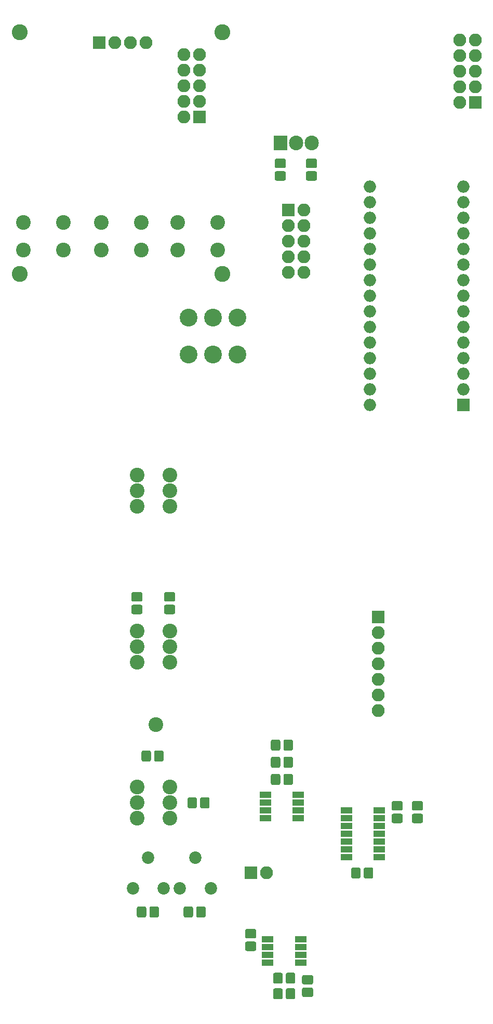
<source format=gbr>
G04 #@! TF.GenerationSoftware,KiCad,Pcbnew,(5.0.0)*
G04 #@! TF.CreationDate,2018-10-20T13:21:43+01:00*
G04 #@! TF.ProjectId,AD9833FunctionGenerator,41443938333346756E6374696F6E4765,rev?*
G04 #@! TF.SameCoordinates,Original*
G04 #@! TF.FileFunction,Soldermask,Top*
G04 #@! TF.FilePolarity,Negative*
%FSLAX46Y46*%
G04 Gerber Fmt 4.6, Leading zero omitted, Abs format (unit mm)*
G04 Created by KiCad (PCBNEW (5.0.0)) date 10/20/18 13:21:43*
%MOMM*%
%LPD*%
G01*
G04 APERTURE LIST*
%ADD10C,2.600000*%
%ADD11C,2.020000*%
%ADD12O,2.000000X2.000000*%
%ADD13C,2.000000*%
%ADD14R,2.000000X2.000000*%
%ADD15C,2.400000*%
%ADD16C,0.100000*%
%ADD17C,1.550000*%
%ADD18C,2.900000*%
%ADD19R,2.100000X2.100000*%
%ADD20O,2.100000X2.100000*%
%ADD21R,1.900000X1.000000*%
%ADD22R,2.305000X2.400000*%
%ADD23O,2.305000X2.400000*%
%ADD24R,1.950000X1.000000*%
G04 APERTURE END LIST*
D10*
G04 #@! TO.C,REF\002A\002A*
X52778681Y-67527698D03*
G04 #@! TD*
G04 #@! TO.C,REF\002A\002A*
X85798681Y-67527698D03*
G04 #@! TD*
G04 #@! TO.C,REF\002A\002A*
X85798681Y-106897698D03*
G04 #@! TD*
D11*
G04 #@! TO.C,RV_UPOFF1*
X83900000Y-207010000D03*
X81400000Y-202010000D03*
X78900000Y-207010000D03*
G04 #@! TD*
D12*
G04 #@! TO.C,A1*
X109855000Y-92710000D03*
X125095000Y-92710000D03*
X109855000Y-128270000D03*
X125095000Y-95250000D03*
X109855000Y-125730000D03*
X125095000Y-97790000D03*
X109855000Y-123190000D03*
X125095000Y-100330000D03*
X109855000Y-120650000D03*
X125095000Y-102870000D03*
X109855000Y-118110000D03*
D13*
X125095000Y-105410000D03*
D12*
X109855000Y-115570000D03*
X125095000Y-107950000D03*
X109855000Y-113030000D03*
X125095000Y-110490000D03*
X109855000Y-110490000D03*
X125095000Y-113030000D03*
X109855000Y-107950000D03*
X125095000Y-115570000D03*
X109855000Y-105410000D03*
X125095000Y-118110000D03*
X109855000Y-102870000D03*
X125095000Y-120650000D03*
X109855000Y-100330000D03*
X125095000Y-123190000D03*
X109855000Y-97790000D03*
X125095000Y-125730000D03*
X109855000Y-95250000D03*
D14*
X125095000Y-128270000D03*
G04 #@! TD*
D15*
G04 #@! TO.C,RV_FREQ1*
X71882000Y-144780000D03*
X71882000Y-142240000D03*
X71882000Y-139700000D03*
X77216000Y-144780000D03*
X77216000Y-142240000D03*
X77216000Y-139700000D03*
G04 #@! TD*
D16*
G04 #@! TO.C,RG1*
G36*
X94950071Y-182743623D02*
X94982781Y-182748475D01*
X95014857Y-182756509D01*
X95045991Y-182767649D01*
X95075884Y-182781787D01*
X95104247Y-182798787D01*
X95130807Y-182818485D01*
X95155308Y-182840692D01*
X95177515Y-182865193D01*
X95197213Y-182891753D01*
X95214213Y-182920116D01*
X95228351Y-182950009D01*
X95239491Y-182981143D01*
X95247525Y-183013219D01*
X95252377Y-183045929D01*
X95254000Y-183078956D01*
X95254000Y-184205044D01*
X95252377Y-184238071D01*
X95247525Y-184270781D01*
X95239491Y-184302857D01*
X95228351Y-184333991D01*
X95214213Y-184363884D01*
X95197213Y-184392247D01*
X95177515Y-184418807D01*
X95155308Y-184443308D01*
X95130807Y-184465515D01*
X95104247Y-184485213D01*
X95075884Y-184502213D01*
X95045991Y-184516351D01*
X95014857Y-184527491D01*
X94982781Y-184535525D01*
X94950071Y-184540377D01*
X94917044Y-184542000D01*
X94040956Y-184542000D01*
X94007929Y-184540377D01*
X93975219Y-184535525D01*
X93943143Y-184527491D01*
X93912009Y-184516351D01*
X93882116Y-184502213D01*
X93853753Y-184485213D01*
X93827193Y-184465515D01*
X93802692Y-184443308D01*
X93780485Y-184418807D01*
X93760787Y-184392247D01*
X93743787Y-184363884D01*
X93729649Y-184333991D01*
X93718509Y-184302857D01*
X93710475Y-184270781D01*
X93705623Y-184238071D01*
X93704000Y-184205044D01*
X93704000Y-183078956D01*
X93705623Y-183045929D01*
X93710475Y-183013219D01*
X93718509Y-182981143D01*
X93729649Y-182950009D01*
X93743787Y-182920116D01*
X93760787Y-182891753D01*
X93780485Y-182865193D01*
X93802692Y-182840692D01*
X93827193Y-182818485D01*
X93853753Y-182798787D01*
X93882116Y-182781787D01*
X93912009Y-182767649D01*
X93943143Y-182756509D01*
X93975219Y-182748475D01*
X94007929Y-182743623D01*
X94040956Y-182742000D01*
X94917044Y-182742000D01*
X94950071Y-182743623D01*
X94950071Y-182743623D01*
G37*
D17*
X94479000Y-183642000D03*
D16*
G36*
X97000071Y-182743623D02*
X97032781Y-182748475D01*
X97064857Y-182756509D01*
X97095991Y-182767649D01*
X97125884Y-182781787D01*
X97154247Y-182798787D01*
X97180807Y-182818485D01*
X97205308Y-182840692D01*
X97227515Y-182865193D01*
X97247213Y-182891753D01*
X97264213Y-182920116D01*
X97278351Y-182950009D01*
X97289491Y-182981143D01*
X97297525Y-183013219D01*
X97302377Y-183045929D01*
X97304000Y-183078956D01*
X97304000Y-184205044D01*
X97302377Y-184238071D01*
X97297525Y-184270781D01*
X97289491Y-184302857D01*
X97278351Y-184333991D01*
X97264213Y-184363884D01*
X97247213Y-184392247D01*
X97227515Y-184418807D01*
X97205308Y-184443308D01*
X97180807Y-184465515D01*
X97154247Y-184485213D01*
X97125884Y-184502213D01*
X97095991Y-184516351D01*
X97064857Y-184527491D01*
X97032781Y-184535525D01*
X97000071Y-184540377D01*
X96967044Y-184542000D01*
X96090956Y-184542000D01*
X96057929Y-184540377D01*
X96025219Y-184535525D01*
X95993143Y-184527491D01*
X95962009Y-184516351D01*
X95932116Y-184502213D01*
X95903753Y-184485213D01*
X95877193Y-184465515D01*
X95852692Y-184443308D01*
X95830485Y-184418807D01*
X95810787Y-184392247D01*
X95793787Y-184363884D01*
X95779649Y-184333991D01*
X95768509Y-184302857D01*
X95760475Y-184270781D01*
X95755623Y-184238071D01*
X95754000Y-184205044D01*
X95754000Y-183078956D01*
X95755623Y-183045929D01*
X95760475Y-183013219D01*
X95768509Y-182981143D01*
X95779649Y-182950009D01*
X95793787Y-182920116D01*
X95810787Y-182891753D01*
X95830485Y-182865193D01*
X95852692Y-182840692D01*
X95877193Y-182818485D01*
X95903753Y-182798787D01*
X95932116Y-182781787D01*
X95962009Y-182767649D01*
X95993143Y-182756509D01*
X96025219Y-182748475D01*
X96057929Y-182743623D01*
X96090956Y-182742000D01*
X96967044Y-182742000D01*
X97000071Y-182743623D01*
X97000071Y-182743623D01*
G37*
D17*
X96529000Y-183642000D03*
G04 #@! TD*
D16*
G04 #@! TO.C,RF1*
G36*
X97000071Y-188331623D02*
X97032781Y-188336475D01*
X97064857Y-188344509D01*
X97095991Y-188355649D01*
X97125884Y-188369787D01*
X97154247Y-188386787D01*
X97180807Y-188406485D01*
X97205308Y-188428692D01*
X97227515Y-188453193D01*
X97247213Y-188479753D01*
X97264213Y-188508116D01*
X97278351Y-188538009D01*
X97289491Y-188569143D01*
X97297525Y-188601219D01*
X97302377Y-188633929D01*
X97304000Y-188666956D01*
X97304000Y-189793044D01*
X97302377Y-189826071D01*
X97297525Y-189858781D01*
X97289491Y-189890857D01*
X97278351Y-189921991D01*
X97264213Y-189951884D01*
X97247213Y-189980247D01*
X97227515Y-190006807D01*
X97205308Y-190031308D01*
X97180807Y-190053515D01*
X97154247Y-190073213D01*
X97125884Y-190090213D01*
X97095991Y-190104351D01*
X97064857Y-190115491D01*
X97032781Y-190123525D01*
X97000071Y-190128377D01*
X96967044Y-190130000D01*
X96090956Y-190130000D01*
X96057929Y-190128377D01*
X96025219Y-190123525D01*
X95993143Y-190115491D01*
X95962009Y-190104351D01*
X95932116Y-190090213D01*
X95903753Y-190073213D01*
X95877193Y-190053515D01*
X95852692Y-190031308D01*
X95830485Y-190006807D01*
X95810787Y-189980247D01*
X95793787Y-189951884D01*
X95779649Y-189921991D01*
X95768509Y-189890857D01*
X95760475Y-189858781D01*
X95755623Y-189826071D01*
X95754000Y-189793044D01*
X95754000Y-188666956D01*
X95755623Y-188633929D01*
X95760475Y-188601219D01*
X95768509Y-188569143D01*
X95779649Y-188538009D01*
X95793787Y-188508116D01*
X95810787Y-188479753D01*
X95830485Y-188453193D01*
X95852692Y-188428692D01*
X95877193Y-188406485D01*
X95903753Y-188386787D01*
X95932116Y-188369787D01*
X95962009Y-188355649D01*
X95993143Y-188344509D01*
X96025219Y-188336475D01*
X96057929Y-188331623D01*
X96090956Y-188330000D01*
X96967044Y-188330000D01*
X97000071Y-188331623D01*
X97000071Y-188331623D01*
G37*
D17*
X96529000Y-189230000D03*
D16*
G36*
X94950071Y-188331623D02*
X94982781Y-188336475D01*
X95014857Y-188344509D01*
X95045991Y-188355649D01*
X95075884Y-188369787D01*
X95104247Y-188386787D01*
X95130807Y-188406485D01*
X95155308Y-188428692D01*
X95177515Y-188453193D01*
X95197213Y-188479753D01*
X95214213Y-188508116D01*
X95228351Y-188538009D01*
X95239491Y-188569143D01*
X95247525Y-188601219D01*
X95252377Y-188633929D01*
X95254000Y-188666956D01*
X95254000Y-189793044D01*
X95252377Y-189826071D01*
X95247525Y-189858781D01*
X95239491Y-189890857D01*
X95228351Y-189921991D01*
X95214213Y-189951884D01*
X95197213Y-189980247D01*
X95177515Y-190006807D01*
X95155308Y-190031308D01*
X95130807Y-190053515D01*
X95104247Y-190073213D01*
X95075884Y-190090213D01*
X95045991Y-190104351D01*
X95014857Y-190115491D01*
X94982781Y-190123525D01*
X94950071Y-190128377D01*
X94917044Y-190130000D01*
X94040956Y-190130000D01*
X94007929Y-190128377D01*
X93975219Y-190123525D01*
X93943143Y-190115491D01*
X93912009Y-190104351D01*
X93882116Y-190090213D01*
X93853753Y-190073213D01*
X93827193Y-190053515D01*
X93802692Y-190031308D01*
X93780485Y-190006807D01*
X93760787Y-189980247D01*
X93743787Y-189951884D01*
X93729649Y-189921991D01*
X93718509Y-189890857D01*
X93710475Y-189858781D01*
X93705623Y-189826071D01*
X93704000Y-189793044D01*
X93704000Y-188666956D01*
X93705623Y-188633929D01*
X93710475Y-188601219D01*
X93718509Y-188569143D01*
X93729649Y-188538009D01*
X93743787Y-188508116D01*
X93760787Y-188479753D01*
X93780485Y-188453193D01*
X93802692Y-188428692D01*
X93827193Y-188406485D01*
X93853753Y-188386787D01*
X93882116Y-188369787D01*
X93912009Y-188355649D01*
X93943143Y-188344509D01*
X93975219Y-188336475D01*
X94007929Y-188331623D01*
X94040956Y-188330000D01*
X94917044Y-188330000D01*
X94950071Y-188331623D01*
X94950071Y-188331623D01*
G37*
D17*
X94479000Y-189230000D03*
G04 #@! TD*
D18*
G04 #@! TO.C,SW_PWR1*
X80264000Y-120015000D03*
X80264000Y-114015000D03*
X84264000Y-120015000D03*
X84264000Y-114015000D03*
X88264000Y-120015000D03*
X88264000Y-114015000D03*
G04 #@! TD*
D19*
G04 #@! TO.C,J_OUT1*
X90424000Y-204470000D03*
D20*
X92964000Y-204470000D03*
G04 #@! TD*
D19*
G04 #@! TO.C,J_PWR1*
X96520000Y-96520000D03*
D20*
X99060000Y-96520000D03*
X96520000Y-99060000D03*
X99060000Y-99060000D03*
X96520000Y-101600000D03*
X99060000Y-101600000D03*
X96520000Y-104140000D03*
X99060000Y-104140000D03*
X96520000Y-106680000D03*
X99060000Y-106680000D03*
G04 #@! TD*
D21*
G04 #@! TO.C,U_POT1*
X111412000Y-201930000D03*
X111412000Y-200660000D03*
X111412000Y-199390000D03*
X111412000Y-198120000D03*
X111412000Y-196850000D03*
X111412000Y-195580000D03*
X111412000Y-194310000D03*
X106012000Y-194310000D03*
X106012000Y-195580000D03*
X106012000Y-196850000D03*
X106012000Y-198120000D03*
X106012000Y-199390000D03*
X106012000Y-200660000D03*
X106012000Y-201930000D03*
G04 #@! TD*
D16*
G04 #@! TO.C,R_LOFF1*
G36*
X73106071Y-209921623D02*
X73138781Y-209926475D01*
X73170857Y-209934509D01*
X73201991Y-209945649D01*
X73231884Y-209959787D01*
X73260247Y-209976787D01*
X73286807Y-209996485D01*
X73311308Y-210018692D01*
X73333515Y-210043193D01*
X73353213Y-210069753D01*
X73370213Y-210098116D01*
X73384351Y-210128009D01*
X73395491Y-210159143D01*
X73403525Y-210191219D01*
X73408377Y-210223929D01*
X73410000Y-210256956D01*
X73410000Y-211383044D01*
X73408377Y-211416071D01*
X73403525Y-211448781D01*
X73395491Y-211480857D01*
X73384351Y-211511991D01*
X73370213Y-211541884D01*
X73353213Y-211570247D01*
X73333515Y-211596807D01*
X73311308Y-211621308D01*
X73286807Y-211643515D01*
X73260247Y-211663213D01*
X73231884Y-211680213D01*
X73201991Y-211694351D01*
X73170857Y-211705491D01*
X73138781Y-211713525D01*
X73106071Y-211718377D01*
X73073044Y-211720000D01*
X72196956Y-211720000D01*
X72163929Y-211718377D01*
X72131219Y-211713525D01*
X72099143Y-211705491D01*
X72068009Y-211694351D01*
X72038116Y-211680213D01*
X72009753Y-211663213D01*
X71983193Y-211643515D01*
X71958692Y-211621308D01*
X71936485Y-211596807D01*
X71916787Y-211570247D01*
X71899787Y-211541884D01*
X71885649Y-211511991D01*
X71874509Y-211480857D01*
X71866475Y-211448781D01*
X71861623Y-211416071D01*
X71860000Y-211383044D01*
X71860000Y-210256956D01*
X71861623Y-210223929D01*
X71866475Y-210191219D01*
X71874509Y-210159143D01*
X71885649Y-210128009D01*
X71899787Y-210098116D01*
X71916787Y-210069753D01*
X71936485Y-210043193D01*
X71958692Y-210018692D01*
X71983193Y-209996485D01*
X72009753Y-209976787D01*
X72038116Y-209959787D01*
X72068009Y-209945649D01*
X72099143Y-209934509D01*
X72131219Y-209926475D01*
X72163929Y-209921623D01*
X72196956Y-209920000D01*
X73073044Y-209920000D01*
X73106071Y-209921623D01*
X73106071Y-209921623D01*
G37*
D17*
X72635000Y-210820000D03*
D16*
G36*
X75156071Y-209921623D02*
X75188781Y-209926475D01*
X75220857Y-209934509D01*
X75251991Y-209945649D01*
X75281884Y-209959787D01*
X75310247Y-209976787D01*
X75336807Y-209996485D01*
X75361308Y-210018692D01*
X75383515Y-210043193D01*
X75403213Y-210069753D01*
X75420213Y-210098116D01*
X75434351Y-210128009D01*
X75445491Y-210159143D01*
X75453525Y-210191219D01*
X75458377Y-210223929D01*
X75460000Y-210256956D01*
X75460000Y-211383044D01*
X75458377Y-211416071D01*
X75453525Y-211448781D01*
X75445491Y-211480857D01*
X75434351Y-211511991D01*
X75420213Y-211541884D01*
X75403213Y-211570247D01*
X75383515Y-211596807D01*
X75361308Y-211621308D01*
X75336807Y-211643515D01*
X75310247Y-211663213D01*
X75281884Y-211680213D01*
X75251991Y-211694351D01*
X75220857Y-211705491D01*
X75188781Y-211713525D01*
X75156071Y-211718377D01*
X75123044Y-211720000D01*
X74246956Y-211720000D01*
X74213929Y-211718377D01*
X74181219Y-211713525D01*
X74149143Y-211705491D01*
X74118009Y-211694351D01*
X74088116Y-211680213D01*
X74059753Y-211663213D01*
X74033193Y-211643515D01*
X74008692Y-211621308D01*
X73986485Y-211596807D01*
X73966787Y-211570247D01*
X73949787Y-211541884D01*
X73935649Y-211511991D01*
X73924509Y-211480857D01*
X73916475Y-211448781D01*
X73911623Y-211416071D01*
X73910000Y-211383044D01*
X73910000Y-210256956D01*
X73911623Y-210223929D01*
X73916475Y-210191219D01*
X73924509Y-210159143D01*
X73935649Y-210128009D01*
X73949787Y-210098116D01*
X73966787Y-210069753D01*
X73986485Y-210043193D01*
X74008692Y-210018692D01*
X74033193Y-209996485D01*
X74059753Y-209976787D01*
X74088116Y-209959787D01*
X74118009Y-209945649D01*
X74149143Y-209934509D01*
X74181219Y-209926475D01*
X74213929Y-209921623D01*
X74246956Y-209920000D01*
X75123044Y-209920000D01*
X75156071Y-209921623D01*
X75156071Y-209921623D01*
G37*
D17*
X74685000Y-210820000D03*
G04 #@! TD*
D16*
G04 #@! TO.C,C1*
G36*
X95846071Y-88117623D02*
X95878781Y-88122475D01*
X95910857Y-88130509D01*
X95941991Y-88141649D01*
X95971884Y-88155787D01*
X96000247Y-88172787D01*
X96026807Y-88192485D01*
X96051308Y-88214692D01*
X96073515Y-88239193D01*
X96093213Y-88265753D01*
X96110213Y-88294116D01*
X96124351Y-88324009D01*
X96135491Y-88355143D01*
X96143525Y-88387219D01*
X96148377Y-88419929D01*
X96150000Y-88452956D01*
X96150000Y-89329044D01*
X96148377Y-89362071D01*
X96143525Y-89394781D01*
X96135491Y-89426857D01*
X96124351Y-89457991D01*
X96110213Y-89487884D01*
X96093213Y-89516247D01*
X96073515Y-89542807D01*
X96051308Y-89567308D01*
X96026807Y-89589515D01*
X96000247Y-89609213D01*
X95971884Y-89626213D01*
X95941991Y-89640351D01*
X95910857Y-89651491D01*
X95878781Y-89659525D01*
X95846071Y-89664377D01*
X95813044Y-89666000D01*
X94686956Y-89666000D01*
X94653929Y-89664377D01*
X94621219Y-89659525D01*
X94589143Y-89651491D01*
X94558009Y-89640351D01*
X94528116Y-89626213D01*
X94499753Y-89609213D01*
X94473193Y-89589515D01*
X94448692Y-89567308D01*
X94426485Y-89542807D01*
X94406787Y-89516247D01*
X94389787Y-89487884D01*
X94375649Y-89457991D01*
X94364509Y-89426857D01*
X94356475Y-89394781D01*
X94351623Y-89362071D01*
X94350000Y-89329044D01*
X94350000Y-88452956D01*
X94351623Y-88419929D01*
X94356475Y-88387219D01*
X94364509Y-88355143D01*
X94375649Y-88324009D01*
X94389787Y-88294116D01*
X94406787Y-88265753D01*
X94426485Y-88239193D01*
X94448692Y-88214692D01*
X94473193Y-88192485D01*
X94499753Y-88172787D01*
X94528116Y-88155787D01*
X94558009Y-88141649D01*
X94589143Y-88130509D01*
X94621219Y-88122475D01*
X94653929Y-88117623D01*
X94686956Y-88116000D01*
X95813044Y-88116000D01*
X95846071Y-88117623D01*
X95846071Y-88117623D01*
G37*
D17*
X95250000Y-88891000D03*
D16*
G36*
X95846071Y-90167623D02*
X95878781Y-90172475D01*
X95910857Y-90180509D01*
X95941991Y-90191649D01*
X95971884Y-90205787D01*
X96000247Y-90222787D01*
X96026807Y-90242485D01*
X96051308Y-90264692D01*
X96073515Y-90289193D01*
X96093213Y-90315753D01*
X96110213Y-90344116D01*
X96124351Y-90374009D01*
X96135491Y-90405143D01*
X96143525Y-90437219D01*
X96148377Y-90469929D01*
X96150000Y-90502956D01*
X96150000Y-91379044D01*
X96148377Y-91412071D01*
X96143525Y-91444781D01*
X96135491Y-91476857D01*
X96124351Y-91507991D01*
X96110213Y-91537884D01*
X96093213Y-91566247D01*
X96073515Y-91592807D01*
X96051308Y-91617308D01*
X96026807Y-91639515D01*
X96000247Y-91659213D01*
X95971884Y-91676213D01*
X95941991Y-91690351D01*
X95910857Y-91701491D01*
X95878781Y-91709525D01*
X95846071Y-91714377D01*
X95813044Y-91716000D01*
X94686956Y-91716000D01*
X94653929Y-91714377D01*
X94621219Y-91709525D01*
X94589143Y-91701491D01*
X94558009Y-91690351D01*
X94528116Y-91676213D01*
X94499753Y-91659213D01*
X94473193Y-91639515D01*
X94448692Y-91617308D01*
X94426485Y-91592807D01*
X94406787Y-91566247D01*
X94389787Y-91537884D01*
X94375649Y-91507991D01*
X94364509Y-91476857D01*
X94356475Y-91444781D01*
X94351623Y-91412071D01*
X94350000Y-91379044D01*
X94350000Y-90502956D01*
X94351623Y-90469929D01*
X94356475Y-90437219D01*
X94364509Y-90405143D01*
X94375649Y-90374009D01*
X94389787Y-90344116D01*
X94406787Y-90315753D01*
X94426485Y-90289193D01*
X94448692Y-90264692D01*
X94473193Y-90242485D01*
X94499753Y-90222787D01*
X94528116Y-90205787D01*
X94558009Y-90191649D01*
X94589143Y-90180509D01*
X94621219Y-90172475D01*
X94653929Y-90167623D01*
X94686956Y-90166000D01*
X95813044Y-90166000D01*
X95846071Y-90167623D01*
X95846071Y-90167623D01*
G37*
D17*
X95250000Y-90941000D03*
G04 #@! TD*
D16*
G04 #@! TO.C,C2*
G36*
X100926071Y-90167623D02*
X100958781Y-90172475D01*
X100990857Y-90180509D01*
X101021991Y-90191649D01*
X101051884Y-90205787D01*
X101080247Y-90222787D01*
X101106807Y-90242485D01*
X101131308Y-90264692D01*
X101153515Y-90289193D01*
X101173213Y-90315753D01*
X101190213Y-90344116D01*
X101204351Y-90374009D01*
X101215491Y-90405143D01*
X101223525Y-90437219D01*
X101228377Y-90469929D01*
X101230000Y-90502956D01*
X101230000Y-91379044D01*
X101228377Y-91412071D01*
X101223525Y-91444781D01*
X101215491Y-91476857D01*
X101204351Y-91507991D01*
X101190213Y-91537884D01*
X101173213Y-91566247D01*
X101153515Y-91592807D01*
X101131308Y-91617308D01*
X101106807Y-91639515D01*
X101080247Y-91659213D01*
X101051884Y-91676213D01*
X101021991Y-91690351D01*
X100990857Y-91701491D01*
X100958781Y-91709525D01*
X100926071Y-91714377D01*
X100893044Y-91716000D01*
X99766956Y-91716000D01*
X99733929Y-91714377D01*
X99701219Y-91709525D01*
X99669143Y-91701491D01*
X99638009Y-91690351D01*
X99608116Y-91676213D01*
X99579753Y-91659213D01*
X99553193Y-91639515D01*
X99528692Y-91617308D01*
X99506485Y-91592807D01*
X99486787Y-91566247D01*
X99469787Y-91537884D01*
X99455649Y-91507991D01*
X99444509Y-91476857D01*
X99436475Y-91444781D01*
X99431623Y-91412071D01*
X99430000Y-91379044D01*
X99430000Y-90502956D01*
X99431623Y-90469929D01*
X99436475Y-90437219D01*
X99444509Y-90405143D01*
X99455649Y-90374009D01*
X99469787Y-90344116D01*
X99486787Y-90315753D01*
X99506485Y-90289193D01*
X99528692Y-90264692D01*
X99553193Y-90242485D01*
X99579753Y-90222787D01*
X99608116Y-90205787D01*
X99638009Y-90191649D01*
X99669143Y-90180509D01*
X99701219Y-90172475D01*
X99733929Y-90167623D01*
X99766956Y-90166000D01*
X100893044Y-90166000D01*
X100926071Y-90167623D01*
X100926071Y-90167623D01*
G37*
D17*
X100330000Y-90941000D03*
D16*
G36*
X100926071Y-88117623D02*
X100958781Y-88122475D01*
X100990857Y-88130509D01*
X101021991Y-88141649D01*
X101051884Y-88155787D01*
X101080247Y-88172787D01*
X101106807Y-88192485D01*
X101131308Y-88214692D01*
X101153515Y-88239193D01*
X101173213Y-88265753D01*
X101190213Y-88294116D01*
X101204351Y-88324009D01*
X101215491Y-88355143D01*
X101223525Y-88387219D01*
X101228377Y-88419929D01*
X101230000Y-88452956D01*
X101230000Y-89329044D01*
X101228377Y-89362071D01*
X101223525Y-89394781D01*
X101215491Y-89426857D01*
X101204351Y-89457991D01*
X101190213Y-89487884D01*
X101173213Y-89516247D01*
X101153515Y-89542807D01*
X101131308Y-89567308D01*
X101106807Y-89589515D01*
X101080247Y-89609213D01*
X101051884Y-89626213D01*
X101021991Y-89640351D01*
X100990857Y-89651491D01*
X100958781Y-89659525D01*
X100926071Y-89664377D01*
X100893044Y-89666000D01*
X99766956Y-89666000D01*
X99733929Y-89664377D01*
X99701219Y-89659525D01*
X99669143Y-89651491D01*
X99638009Y-89640351D01*
X99608116Y-89626213D01*
X99579753Y-89609213D01*
X99553193Y-89589515D01*
X99528692Y-89567308D01*
X99506485Y-89542807D01*
X99486787Y-89516247D01*
X99469787Y-89487884D01*
X99455649Y-89457991D01*
X99444509Y-89426857D01*
X99436475Y-89394781D01*
X99431623Y-89362071D01*
X99430000Y-89329044D01*
X99430000Y-88452956D01*
X99431623Y-88419929D01*
X99436475Y-88387219D01*
X99444509Y-88355143D01*
X99455649Y-88324009D01*
X99469787Y-88294116D01*
X99486787Y-88265753D01*
X99506485Y-88239193D01*
X99528692Y-88214692D01*
X99553193Y-88192485D01*
X99579753Y-88172787D01*
X99608116Y-88155787D01*
X99638009Y-88141649D01*
X99669143Y-88130509D01*
X99701219Y-88122475D01*
X99733929Y-88117623D01*
X99766956Y-88116000D01*
X100893044Y-88116000D01*
X100926071Y-88117623D01*
X100926071Y-88117623D01*
G37*
D17*
X100330000Y-88891000D03*
G04 #@! TD*
D20*
G04 #@! TO.C,J_AD9833*
X111194407Y-178061772D03*
X111194407Y-175521772D03*
X111194407Y-172981772D03*
X111194407Y-170441772D03*
X111194407Y-167901772D03*
X111194407Y-165361772D03*
D19*
X111194407Y-162821772D03*
G04 #@! TD*
G04 #@! TO.C,J_AUX2MAIN2*
X82115681Y-81370698D03*
D20*
X79575681Y-81370698D03*
X82115681Y-78830698D03*
X79575681Y-78830698D03*
X82115681Y-76290698D03*
X79575681Y-76290698D03*
X82115681Y-73750698D03*
X79575681Y-73750698D03*
X82115681Y-71210698D03*
X79575681Y-71210698D03*
G04 #@! TD*
D19*
G04 #@! TO.C,J_MAIN2AUX1*
X127000000Y-78994000D03*
D20*
X124460000Y-78994000D03*
X127000000Y-76454000D03*
X124460000Y-76454000D03*
X127000000Y-73914000D03*
X124460000Y-73914000D03*
X127000000Y-71374000D03*
X124460000Y-71374000D03*
X127000000Y-68834000D03*
X124460000Y-68834000D03*
G04 #@! TD*
D19*
G04 #@! TO.C,J_OLEDCONNECTOR1*
X65709646Y-69256447D03*
D20*
X68249646Y-69256447D03*
X70789646Y-69256447D03*
X73329646Y-69256447D03*
G04 #@! TD*
D16*
G04 #@! TO.C,R_ISO1*
G36*
X91020071Y-215643623D02*
X91052781Y-215648475D01*
X91084857Y-215656509D01*
X91115991Y-215667649D01*
X91145884Y-215681787D01*
X91174247Y-215698787D01*
X91200807Y-215718485D01*
X91225308Y-215740692D01*
X91247515Y-215765193D01*
X91267213Y-215791753D01*
X91284213Y-215820116D01*
X91298351Y-215850009D01*
X91309491Y-215881143D01*
X91317525Y-215913219D01*
X91322377Y-215945929D01*
X91324000Y-215978956D01*
X91324000Y-216855044D01*
X91322377Y-216888071D01*
X91317525Y-216920781D01*
X91309491Y-216952857D01*
X91298351Y-216983991D01*
X91284213Y-217013884D01*
X91267213Y-217042247D01*
X91247515Y-217068807D01*
X91225308Y-217093308D01*
X91200807Y-217115515D01*
X91174247Y-217135213D01*
X91145884Y-217152213D01*
X91115991Y-217166351D01*
X91084857Y-217177491D01*
X91052781Y-217185525D01*
X91020071Y-217190377D01*
X90987044Y-217192000D01*
X89860956Y-217192000D01*
X89827929Y-217190377D01*
X89795219Y-217185525D01*
X89763143Y-217177491D01*
X89732009Y-217166351D01*
X89702116Y-217152213D01*
X89673753Y-217135213D01*
X89647193Y-217115515D01*
X89622692Y-217093308D01*
X89600485Y-217068807D01*
X89580787Y-217042247D01*
X89563787Y-217013884D01*
X89549649Y-216983991D01*
X89538509Y-216952857D01*
X89530475Y-216920781D01*
X89525623Y-216888071D01*
X89524000Y-216855044D01*
X89524000Y-215978956D01*
X89525623Y-215945929D01*
X89530475Y-215913219D01*
X89538509Y-215881143D01*
X89549649Y-215850009D01*
X89563787Y-215820116D01*
X89580787Y-215791753D01*
X89600485Y-215765193D01*
X89622692Y-215740692D01*
X89647193Y-215718485D01*
X89673753Y-215698787D01*
X89702116Y-215681787D01*
X89732009Y-215667649D01*
X89763143Y-215656509D01*
X89795219Y-215648475D01*
X89827929Y-215643623D01*
X89860956Y-215642000D01*
X90987044Y-215642000D01*
X91020071Y-215643623D01*
X91020071Y-215643623D01*
G37*
D17*
X90424000Y-216417000D03*
D16*
G36*
X91020071Y-213593623D02*
X91052781Y-213598475D01*
X91084857Y-213606509D01*
X91115991Y-213617649D01*
X91145884Y-213631787D01*
X91174247Y-213648787D01*
X91200807Y-213668485D01*
X91225308Y-213690692D01*
X91247515Y-213715193D01*
X91267213Y-213741753D01*
X91284213Y-213770116D01*
X91298351Y-213800009D01*
X91309491Y-213831143D01*
X91317525Y-213863219D01*
X91322377Y-213895929D01*
X91324000Y-213928956D01*
X91324000Y-214805044D01*
X91322377Y-214838071D01*
X91317525Y-214870781D01*
X91309491Y-214902857D01*
X91298351Y-214933991D01*
X91284213Y-214963884D01*
X91267213Y-214992247D01*
X91247515Y-215018807D01*
X91225308Y-215043308D01*
X91200807Y-215065515D01*
X91174247Y-215085213D01*
X91145884Y-215102213D01*
X91115991Y-215116351D01*
X91084857Y-215127491D01*
X91052781Y-215135525D01*
X91020071Y-215140377D01*
X90987044Y-215142000D01*
X89860956Y-215142000D01*
X89827929Y-215140377D01*
X89795219Y-215135525D01*
X89763143Y-215127491D01*
X89732009Y-215116351D01*
X89702116Y-215102213D01*
X89673753Y-215085213D01*
X89647193Y-215065515D01*
X89622692Y-215043308D01*
X89600485Y-215018807D01*
X89580787Y-214992247D01*
X89563787Y-214963884D01*
X89549649Y-214933991D01*
X89538509Y-214902857D01*
X89530475Y-214870781D01*
X89525623Y-214838071D01*
X89524000Y-214805044D01*
X89524000Y-213928956D01*
X89525623Y-213895929D01*
X89530475Y-213863219D01*
X89538509Y-213831143D01*
X89549649Y-213800009D01*
X89563787Y-213770116D01*
X89580787Y-213741753D01*
X89600485Y-213715193D01*
X89622692Y-213690692D01*
X89647193Y-213668485D01*
X89673753Y-213648787D01*
X89702116Y-213631787D01*
X89732009Y-213617649D01*
X89763143Y-213606509D01*
X89795219Y-213598475D01*
X89827929Y-213593623D01*
X89860956Y-213592000D01*
X90987044Y-213592000D01*
X91020071Y-213593623D01*
X91020071Y-213593623D01*
G37*
D17*
X90424000Y-214367000D03*
G04 #@! TD*
D16*
G04 #@! TO.C,R_MIX1*
G36*
X83411071Y-192141623D02*
X83443781Y-192146475D01*
X83475857Y-192154509D01*
X83506991Y-192165649D01*
X83536884Y-192179787D01*
X83565247Y-192196787D01*
X83591807Y-192216485D01*
X83616308Y-192238692D01*
X83638515Y-192263193D01*
X83658213Y-192289753D01*
X83675213Y-192318116D01*
X83689351Y-192348009D01*
X83700491Y-192379143D01*
X83708525Y-192411219D01*
X83713377Y-192443929D01*
X83715000Y-192476956D01*
X83715000Y-193603044D01*
X83713377Y-193636071D01*
X83708525Y-193668781D01*
X83700491Y-193700857D01*
X83689351Y-193731991D01*
X83675213Y-193761884D01*
X83658213Y-193790247D01*
X83638515Y-193816807D01*
X83616308Y-193841308D01*
X83591807Y-193863515D01*
X83565247Y-193883213D01*
X83536884Y-193900213D01*
X83506991Y-193914351D01*
X83475857Y-193925491D01*
X83443781Y-193933525D01*
X83411071Y-193938377D01*
X83378044Y-193940000D01*
X82501956Y-193940000D01*
X82468929Y-193938377D01*
X82436219Y-193933525D01*
X82404143Y-193925491D01*
X82373009Y-193914351D01*
X82343116Y-193900213D01*
X82314753Y-193883213D01*
X82288193Y-193863515D01*
X82263692Y-193841308D01*
X82241485Y-193816807D01*
X82221787Y-193790247D01*
X82204787Y-193761884D01*
X82190649Y-193731991D01*
X82179509Y-193700857D01*
X82171475Y-193668781D01*
X82166623Y-193636071D01*
X82165000Y-193603044D01*
X82165000Y-192476956D01*
X82166623Y-192443929D01*
X82171475Y-192411219D01*
X82179509Y-192379143D01*
X82190649Y-192348009D01*
X82204787Y-192318116D01*
X82221787Y-192289753D01*
X82241485Y-192263193D01*
X82263692Y-192238692D01*
X82288193Y-192216485D01*
X82314753Y-192196787D01*
X82343116Y-192179787D01*
X82373009Y-192165649D01*
X82404143Y-192154509D01*
X82436219Y-192146475D01*
X82468929Y-192141623D01*
X82501956Y-192140000D01*
X83378044Y-192140000D01*
X83411071Y-192141623D01*
X83411071Y-192141623D01*
G37*
D17*
X82940000Y-193040000D03*
D16*
G36*
X81361071Y-192141623D02*
X81393781Y-192146475D01*
X81425857Y-192154509D01*
X81456991Y-192165649D01*
X81486884Y-192179787D01*
X81515247Y-192196787D01*
X81541807Y-192216485D01*
X81566308Y-192238692D01*
X81588515Y-192263193D01*
X81608213Y-192289753D01*
X81625213Y-192318116D01*
X81639351Y-192348009D01*
X81650491Y-192379143D01*
X81658525Y-192411219D01*
X81663377Y-192443929D01*
X81665000Y-192476956D01*
X81665000Y-193603044D01*
X81663377Y-193636071D01*
X81658525Y-193668781D01*
X81650491Y-193700857D01*
X81639351Y-193731991D01*
X81625213Y-193761884D01*
X81608213Y-193790247D01*
X81588515Y-193816807D01*
X81566308Y-193841308D01*
X81541807Y-193863515D01*
X81515247Y-193883213D01*
X81486884Y-193900213D01*
X81456991Y-193914351D01*
X81425857Y-193925491D01*
X81393781Y-193933525D01*
X81361071Y-193938377D01*
X81328044Y-193940000D01*
X80451956Y-193940000D01*
X80418929Y-193938377D01*
X80386219Y-193933525D01*
X80354143Y-193925491D01*
X80323009Y-193914351D01*
X80293116Y-193900213D01*
X80264753Y-193883213D01*
X80238193Y-193863515D01*
X80213692Y-193841308D01*
X80191485Y-193816807D01*
X80171787Y-193790247D01*
X80154787Y-193761884D01*
X80140649Y-193731991D01*
X80129509Y-193700857D01*
X80121475Y-193668781D01*
X80116623Y-193636071D01*
X80115000Y-193603044D01*
X80115000Y-192476956D01*
X80116623Y-192443929D01*
X80121475Y-192411219D01*
X80129509Y-192379143D01*
X80140649Y-192348009D01*
X80154787Y-192318116D01*
X80171787Y-192289753D01*
X80191485Y-192263193D01*
X80213692Y-192238692D01*
X80238193Y-192216485D01*
X80264753Y-192196787D01*
X80293116Y-192179787D01*
X80323009Y-192165649D01*
X80354143Y-192154509D01*
X80386219Y-192146475D01*
X80418929Y-192141623D01*
X80451956Y-192140000D01*
X81328044Y-192140000D01*
X81361071Y-192141623D01*
X81361071Y-192141623D01*
G37*
D17*
X80890000Y-193040000D03*
G04 #@! TD*
D16*
G04 #@! TO.C,R_MIX2*
G36*
X75918071Y-184521623D02*
X75950781Y-184526475D01*
X75982857Y-184534509D01*
X76013991Y-184545649D01*
X76043884Y-184559787D01*
X76072247Y-184576787D01*
X76098807Y-184596485D01*
X76123308Y-184618692D01*
X76145515Y-184643193D01*
X76165213Y-184669753D01*
X76182213Y-184698116D01*
X76196351Y-184728009D01*
X76207491Y-184759143D01*
X76215525Y-184791219D01*
X76220377Y-184823929D01*
X76222000Y-184856956D01*
X76222000Y-185983044D01*
X76220377Y-186016071D01*
X76215525Y-186048781D01*
X76207491Y-186080857D01*
X76196351Y-186111991D01*
X76182213Y-186141884D01*
X76165213Y-186170247D01*
X76145515Y-186196807D01*
X76123308Y-186221308D01*
X76098807Y-186243515D01*
X76072247Y-186263213D01*
X76043884Y-186280213D01*
X76013991Y-186294351D01*
X75982857Y-186305491D01*
X75950781Y-186313525D01*
X75918071Y-186318377D01*
X75885044Y-186320000D01*
X75008956Y-186320000D01*
X74975929Y-186318377D01*
X74943219Y-186313525D01*
X74911143Y-186305491D01*
X74880009Y-186294351D01*
X74850116Y-186280213D01*
X74821753Y-186263213D01*
X74795193Y-186243515D01*
X74770692Y-186221308D01*
X74748485Y-186196807D01*
X74728787Y-186170247D01*
X74711787Y-186141884D01*
X74697649Y-186111991D01*
X74686509Y-186080857D01*
X74678475Y-186048781D01*
X74673623Y-186016071D01*
X74672000Y-185983044D01*
X74672000Y-184856956D01*
X74673623Y-184823929D01*
X74678475Y-184791219D01*
X74686509Y-184759143D01*
X74697649Y-184728009D01*
X74711787Y-184698116D01*
X74728787Y-184669753D01*
X74748485Y-184643193D01*
X74770692Y-184618692D01*
X74795193Y-184596485D01*
X74821753Y-184576787D01*
X74850116Y-184559787D01*
X74880009Y-184545649D01*
X74911143Y-184534509D01*
X74943219Y-184526475D01*
X74975929Y-184521623D01*
X75008956Y-184520000D01*
X75885044Y-184520000D01*
X75918071Y-184521623D01*
X75918071Y-184521623D01*
G37*
D17*
X75447000Y-185420000D03*
D16*
G36*
X73868071Y-184521623D02*
X73900781Y-184526475D01*
X73932857Y-184534509D01*
X73963991Y-184545649D01*
X73993884Y-184559787D01*
X74022247Y-184576787D01*
X74048807Y-184596485D01*
X74073308Y-184618692D01*
X74095515Y-184643193D01*
X74115213Y-184669753D01*
X74132213Y-184698116D01*
X74146351Y-184728009D01*
X74157491Y-184759143D01*
X74165525Y-184791219D01*
X74170377Y-184823929D01*
X74172000Y-184856956D01*
X74172000Y-185983044D01*
X74170377Y-186016071D01*
X74165525Y-186048781D01*
X74157491Y-186080857D01*
X74146351Y-186111991D01*
X74132213Y-186141884D01*
X74115213Y-186170247D01*
X74095515Y-186196807D01*
X74073308Y-186221308D01*
X74048807Y-186243515D01*
X74022247Y-186263213D01*
X73993884Y-186280213D01*
X73963991Y-186294351D01*
X73932857Y-186305491D01*
X73900781Y-186313525D01*
X73868071Y-186318377D01*
X73835044Y-186320000D01*
X72958956Y-186320000D01*
X72925929Y-186318377D01*
X72893219Y-186313525D01*
X72861143Y-186305491D01*
X72830009Y-186294351D01*
X72800116Y-186280213D01*
X72771753Y-186263213D01*
X72745193Y-186243515D01*
X72720692Y-186221308D01*
X72698485Y-186196807D01*
X72678787Y-186170247D01*
X72661787Y-186141884D01*
X72647649Y-186111991D01*
X72636509Y-186080857D01*
X72628475Y-186048781D01*
X72623623Y-186016071D01*
X72622000Y-185983044D01*
X72622000Y-184856956D01*
X72623623Y-184823929D01*
X72628475Y-184791219D01*
X72636509Y-184759143D01*
X72647649Y-184728009D01*
X72661787Y-184698116D01*
X72678787Y-184669753D01*
X72698485Y-184643193D01*
X72720692Y-184618692D01*
X72745193Y-184596485D01*
X72771753Y-184576787D01*
X72800116Y-184559787D01*
X72830009Y-184545649D01*
X72861143Y-184534509D01*
X72893219Y-184526475D01*
X72925929Y-184521623D01*
X72958956Y-184520000D01*
X73835044Y-184520000D01*
X73868071Y-184521623D01*
X73868071Y-184521623D01*
G37*
D17*
X73397000Y-185420000D03*
G04 #@! TD*
D16*
G04 #@! TO.C,R_VEL1*
G36*
X72478071Y-158729623D02*
X72510781Y-158734475D01*
X72542857Y-158742509D01*
X72573991Y-158753649D01*
X72603884Y-158767787D01*
X72632247Y-158784787D01*
X72658807Y-158804485D01*
X72683308Y-158826692D01*
X72705515Y-158851193D01*
X72725213Y-158877753D01*
X72742213Y-158906116D01*
X72756351Y-158936009D01*
X72767491Y-158967143D01*
X72775525Y-158999219D01*
X72780377Y-159031929D01*
X72782000Y-159064956D01*
X72782000Y-159941044D01*
X72780377Y-159974071D01*
X72775525Y-160006781D01*
X72767491Y-160038857D01*
X72756351Y-160069991D01*
X72742213Y-160099884D01*
X72725213Y-160128247D01*
X72705515Y-160154807D01*
X72683308Y-160179308D01*
X72658807Y-160201515D01*
X72632247Y-160221213D01*
X72603884Y-160238213D01*
X72573991Y-160252351D01*
X72542857Y-160263491D01*
X72510781Y-160271525D01*
X72478071Y-160276377D01*
X72445044Y-160278000D01*
X71318956Y-160278000D01*
X71285929Y-160276377D01*
X71253219Y-160271525D01*
X71221143Y-160263491D01*
X71190009Y-160252351D01*
X71160116Y-160238213D01*
X71131753Y-160221213D01*
X71105193Y-160201515D01*
X71080692Y-160179308D01*
X71058485Y-160154807D01*
X71038787Y-160128247D01*
X71021787Y-160099884D01*
X71007649Y-160069991D01*
X70996509Y-160038857D01*
X70988475Y-160006781D01*
X70983623Y-159974071D01*
X70982000Y-159941044D01*
X70982000Y-159064956D01*
X70983623Y-159031929D01*
X70988475Y-158999219D01*
X70996509Y-158967143D01*
X71007649Y-158936009D01*
X71021787Y-158906116D01*
X71038787Y-158877753D01*
X71058485Y-158851193D01*
X71080692Y-158826692D01*
X71105193Y-158804485D01*
X71131753Y-158784787D01*
X71160116Y-158767787D01*
X71190009Y-158753649D01*
X71221143Y-158742509D01*
X71253219Y-158734475D01*
X71285929Y-158729623D01*
X71318956Y-158728000D01*
X72445044Y-158728000D01*
X72478071Y-158729623D01*
X72478071Y-158729623D01*
G37*
D17*
X71882000Y-159503000D03*
D16*
G36*
X72478071Y-160779623D02*
X72510781Y-160784475D01*
X72542857Y-160792509D01*
X72573991Y-160803649D01*
X72603884Y-160817787D01*
X72632247Y-160834787D01*
X72658807Y-160854485D01*
X72683308Y-160876692D01*
X72705515Y-160901193D01*
X72725213Y-160927753D01*
X72742213Y-160956116D01*
X72756351Y-160986009D01*
X72767491Y-161017143D01*
X72775525Y-161049219D01*
X72780377Y-161081929D01*
X72782000Y-161114956D01*
X72782000Y-161991044D01*
X72780377Y-162024071D01*
X72775525Y-162056781D01*
X72767491Y-162088857D01*
X72756351Y-162119991D01*
X72742213Y-162149884D01*
X72725213Y-162178247D01*
X72705515Y-162204807D01*
X72683308Y-162229308D01*
X72658807Y-162251515D01*
X72632247Y-162271213D01*
X72603884Y-162288213D01*
X72573991Y-162302351D01*
X72542857Y-162313491D01*
X72510781Y-162321525D01*
X72478071Y-162326377D01*
X72445044Y-162328000D01*
X71318956Y-162328000D01*
X71285929Y-162326377D01*
X71253219Y-162321525D01*
X71221143Y-162313491D01*
X71190009Y-162302351D01*
X71160116Y-162288213D01*
X71131753Y-162271213D01*
X71105193Y-162251515D01*
X71080692Y-162229308D01*
X71058485Y-162204807D01*
X71038787Y-162178247D01*
X71021787Y-162149884D01*
X71007649Y-162119991D01*
X70996509Y-162088857D01*
X70988475Y-162056781D01*
X70983623Y-162024071D01*
X70982000Y-161991044D01*
X70982000Y-161114956D01*
X70983623Y-161081929D01*
X70988475Y-161049219D01*
X70996509Y-161017143D01*
X71007649Y-160986009D01*
X71021787Y-160956116D01*
X71038787Y-160927753D01*
X71058485Y-160901193D01*
X71080692Y-160876692D01*
X71105193Y-160854485D01*
X71131753Y-160834787D01*
X71160116Y-160817787D01*
X71190009Y-160803649D01*
X71221143Y-160792509D01*
X71253219Y-160784475D01*
X71285929Y-160779623D01*
X71318956Y-160778000D01*
X72445044Y-160778000D01*
X72478071Y-160779623D01*
X72478071Y-160779623D01*
G37*
D17*
X71882000Y-161553000D03*
G04 #@! TD*
D15*
G04 #@! TO.C,SW_FUNC1*
X59913681Y-98515698D03*
X59913681Y-103015698D03*
X53413681Y-98515698D03*
X53413681Y-103015698D03*
G04 #@! TD*
G04 #@! TO.C,SW_MODE1*
X66113681Y-103015698D03*
X66113681Y-98515698D03*
X72613681Y-103015698D03*
X72613681Y-98515698D03*
G04 #@! TD*
G04 #@! TO.C,SW_RANGE1*
X78559681Y-103015698D03*
X78559681Y-98515698D03*
X85059681Y-103015698D03*
X85059681Y-98515698D03*
G04 #@! TD*
D22*
G04 #@! TO.C,U1*
X95250000Y-85598000D03*
D23*
X97790000Y-85598000D03*
X100330000Y-85598000D03*
G04 #@! TD*
D16*
G04 #@! TO.C,C_GAIN1*
G36*
X100291071Y-221086623D02*
X100323781Y-221091475D01*
X100355857Y-221099509D01*
X100386991Y-221110649D01*
X100416884Y-221124787D01*
X100445247Y-221141787D01*
X100471807Y-221161485D01*
X100496308Y-221183692D01*
X100518515Y-221208193D01*
X100538213Y-221234753D01*
X100555213Y-221263116D01*
X100569351Y-221293009D01*
X100580491Y-221324143D01*
X100588525Y-221356219D01*
X100593377Y-221388929D01*
X100595000Y-221421956D01*
X100595000Y-222298044D01*
X100593377Y-222331071D01*
X100588525Y-222363781D01*
X100580491Y-222395857D01*
X100569351Y-222426991D01*
X100555213Y-222456884D01*
X100538213Y-222485247D01*
X100518515Y-222511807D01*
X100496308Y-222536308D01*
X100471807Y-222558515D01*
X100445247Y-222578213D01*
X100416884Y-222595213D01*
X100386991Y-222609351D01*
X100355857Y-222620491D01*
X100323781Y-222628525D01*
X100291071Y-222633377D01*
X100258044Y-222635000D01*
X99131956Y-222635000D01*
X99098929Y-222633377D01*
X99066219Y-222628525D01*
X99034143Y-222620491D01*
X99003009Y-222609351D01*
X98973116Y-222595213D01*
X98944753Y-222578213D01*
X98918193Y-222558515D01*
X98893692Y-222536308D01*
X98871485Y-222511807D01*
X98851787Y-222485247D01*
X98834787Y-222456884D01*
X98820649Y-222426991D01*
X98809509Y-222395857D01*
X98801475Y-222363781D01*
X98796623Y-222331071D01*
X98795000Y-222298044D01*
X98795000Y-221421956D01*
X98796623Y-221388929D01*
X98801475Y-221356219D01*
X98809509Y-221324143D01*
X98820649Y-221293009D01*
X98834787Y-221263116D01*
X98851787Y-221234753D01*
X98871485Y-221208193D01*
X98893692Y-221183692D01*
X98918193Y-221161485D01*
X98944753Y-221141787D01*
X98973116Y-221124787D01*
X99003009Y-221110649D01*
X99034143Y-221099509D01*
X99066219Y-221091475D01*
X99098929Y-221086623D01*
X99131956Y-221085000D01*
X100258044Y-221085000D01*
X100291071Y-221086623D01*
X100291071Y-221086623D01*
G37*
D17*
X99695000Y-221860000D03*
D16*
G36*
X100291071Y-223136623D02*
X100323781Y-223141475D01*
X100355857Y-223149509D01*
X100386991Y-223160649D01*
X100416884Y-223174787D01*
X100445247Y-223191787D01*
X100471807Y-223211485D01*
X100496308Y-223233692D01*
X100518515Y-223258193D01*
X100538213Y-223284753D01*
X100555213Y-223313116D01*
X100569351Y-223343009D01*
X100580491Y-223374143D01*
X100588525Y-223406219D01*
X100593377Y-223438929D01*
X100595000Y-223471956D01*
X100595000Y-224348044D01*
X100593377Y-224381071D01*
X100588525Y-224413781D01*
X100580491Y-224445857D01*
X100569351Y-224476991D01*
X100555213Y-224506884D01*
X100538213Y-224535247D01*
X100518515Y-224561807D01*
X100496308Y-224586308D01*
X100471807Y-224608515D01*
X100445247Y-224628213D01*
X100416884Y-224645213D01*
X100386991Y-224659351D01*
X100355857Y-224670491D01*
X100323781Y-224678525D01*
X100291071Y-224683377D01*
X100258044Y-224685000D01*
X99131956Y-224685000D01*
X99098929Y-224683377D01*
X99066219Y-224678525D01*
X99034143Y-224670491D01*
X99003009Y-224659351D01*
X98973116Y-224645213D01*
X98944753Y-224628213D01*
X98918193Y-224608515D01*
X98893692Y-224586308D01*
X98871485Y-224561807D01*
X98851787Y-224535247D01*
X98834787Y-224506884D01*
X98820649Y-224476991D01*
X98809509Y-224445857D01*
X98801475Y-224413781D01*
X98796623Y-224381071D01*
X98795000Y-224348044D01*
X98795000Y-223471956D01*
X98796623Y-223438929D01*
X98801475Y-223406219D01*
X98809509Y-223374143D01*
X98820649Y-223343009D01*
X98834787Y-223313116D01*
X98851787Y-223284753D01*
X98871485Y-223258193D01*
X98893692Y-223233692D01*
X98918193Y-223211485D01*
X98944753Y-223191787D01*
X98973116Y-223174787D01*
X99003009Y-223160649D01*
X99034143Y-223149509D01*
X99066219Y-223141475D01*
X99098929Y-223136623D01*
X99131956Y-223135000D01*
X100258044Y-223135000D01*
X100291071Y-223136623D01*
X100291071Y-223136623D01*
G37*
D17*
X99695000Y-223910000D03*
G04 #@! TD*
D16*
G04 #@! TO.C,R_HIOFF1*
G36*
X80726071Y-209921623D02*
X80758781Y-209926475D01*
X80790857Y-209934509D01*
X80821991Y-209945649D01*
X80851884Y-209959787D01*
X80880247Y-209976787D01*
X80906807Y-209996485D01*
X80931308Y-210018692D01*
X80953515Y-210043193D01*
X80973213Y-210069753D01*
X80990213Y-210098116D01*
X81004351Y-210128009D01*
X81015491Y-210159143D01*
X81023525Y-210191219D01*
X81028377Y-210223929D01*
X81030000Y-210256956D01*
X81030000Y-211383044D01*
X81028377Y-211416071D01*
X81023525Y-211448781D01*
X81015491Y-211480857D01*
X81004351Y-211511991D01*
X80990213Y-211541884D01*
X80973213Y-211570247D01*
X80953515Y-211596807D01*
X80931308Y-211621308D01*
X80906807Y-211643515D01*
X80880247Y-211663213D01*
X80851884Y-211680213D01*
X80821991Y-211694351D01*
X80790857Y-211705491D01*
X80758781Y-211713525D01*
X80726071Y-211718377D01*
X80693044Y-211720000D01*
X79816956Y-211720000D01*
X79783929Y-211718377D01*
X79751219Y-211713525D01*
X79719143Y-211705491D01*
X79688009Y-211694351D01*
X79658116Y-211680213D01*
X79629753Y-211663213D01*
X79603193Y-211643515D01*
X79578692Y-211621308D01*
X79556485Y-211596807D01*
X79536787Y-211570247D01*
X79519787Y-211541884D01*
X79505649Y-211511991D01*
X79494509Y-211480857D01*
X79486475Y-211448781D01*
X79481623Y-211416071D01*
X79480000Y-211383044D01*
X79480000Y-210256956D01*
X79481623Y-210223929D01*
X79486475Y-210191219D01*
X79494509Y-210159143D01*
X79505649Y-210128009D01*
X79519787Y-210098116D01*
X79536787Y-210069753D01*
X79556485Y-210043193D01*
X79578692Y-210018692D01*
X79603193Y-209996485D01*
X79629753Y-209976787D01*
X79658116Y-209959787D01*
X79688009Y-209945649D01*
X79719143Y-209934509D01*
X79751219Y-209926475D01*
X79783929Y-209921623D01*
X79816956Y-209920000D01*
X80693044Y-209920000D01*
X80726071Y-209921623D01*
X80726071Y-209921623D01*
G37*
D17*
X80255000Y-210820000D03*
D16*
G36*
X82776071Y-209921623D02*
X82808781Y-209926475D01*
X82840857Y-209934509D01*
X82871991Y-209945649D01*
X82901884Y-209959787D01*
X82930247Y-209976787D01*
X82956807Y-209996485D01*
X82981308Y-210018692D01*
X83003515Y-210043193D01*
X83023213Y-210069753D01*
X83040213Y-210098116D01*
X83054351Y-210128009D01*
X83065491Y-210159143D01*
X83073525Y-210191219D01*
X83078377Y-210223929D01*
X83080000Y-210256956D01*
X83080000Y-211383044D01*
X83078377Y-211416071D01*
X83073525Y-211448781D01*
X83065491Y-211480857D01*
X83054351Y-211511991D01*
X83040213Y-211541884D01*
X83023213Y-211570247D01*
X83003515Y-211596807D01*
X82981308Y-211621308D01*
X82956807Y-211643515D01*
X82930247Y-211663213D01*
X82901884Y-211680213D01*
X82871991Y-211694351D01*
X82840857Y-211705491D01*
X82808781Y-211713525D01*
X82776071Y-211718377D01*
X82743044Y-211720000D01*
X81866956Y-211720000D01*
X81833929Y-211718377D01*
X81801219Y-211713525D01*
X81769143Y-211705491D01*
X81738009Y-211694351D01*
X81708116Y-211680213D01*
X81679753Y-211663213D01*
X81653193Y-211643515D01*
X81628692Y-211621308D01*
X81606485Y-211596807D01*
X81586787Y-211570247D01*
X81569787Y-211541884D01*
X81555649Y-211511991D01*
X81544509Y-211480857D01*
X81536475Y-211448781D01*
X81531623Y-211416071D01*
X81530000Y-211383044D01*
X81530000Y-210256956D01*
X81531623Y-210223929D01*
X81536475Y-210191219D01*
X81544509Y-210159143D01*
X81555649Y-210128009D01*
X81569787Y-210098116D01*
X81586787Y-210069753D01*
X81606485Y-210043193D01*
X81628692Y-210018692D01*
X81653193Y-209996485D01*
X81679753Y-209976787D01*
X81708116Y-209959787D01*
X81738009Y-209945649D01*
X81769143Y-209934509D01*
X81801219Y-209926475D01*
X81833929Y-209921623D01*
X81866956Y-209920000D01*
X82743044Y-209920000D01*
X82776071Y-209921623D01*
X82776071Y-209921623D01*
G37*
D17*
X82305000Y-210820000D03*
G04 #@! TD*
D15*
G04 #@! TO.C,TP_OFF1*
X74930000Y-180340000D03*
G04 #@! TD*
D16*
G04 #@! TO.C,R_MIX3*
G36*
X114896071Y-194815623D02*
X114928781Y-194820475D01*
X114960857Y-194828509D01*
X114991991Y-194839649D01*
X115021884Y-194853787D01*
X115050247Y-194870787D01*
X115076807Y-194890485D01*
X115101308Y-194912692D01*
X115123515Y-194937193D01*
X115143213Y-194963753D01*
X115160213Y-194992116D01*
X115174351Y-195022009D01*
X115185491Y-195053143D01*
X115193525Y-195085219D01*
X115198377Y-195117929D01*
X115200000Y-195150956D01*
X115200000Y-196027044D01*
X115198377Y-196060071D01*
X115193525Y-196092781D01*
X115185491Y-196124857D01*
X115174351Y-196155991D01*
X115160213Y-196185884D01*
X115143213Y-196214247D01*
X115123515Y-196240807D01*
X115101308Y-196265308D01*
X115076807Y-196287515D01*
X115050247Y-196307213D01*
X115021884Y-196324213D01*
X114991991Y-196338351D01*
X114960857Y-196349491D01*
X114928781Y-196357525D01*
X114896071Y-196362377D01*
X114863044Y-196364000D01*
X113736956Y-196364000D01*
X113703929Y-196362377D01*
X113671219Y-196357525D01*
X113639143Y-196349491D01*
X113608009Y-196338351D01*
X113578116Y-196324213D01*
X113549753Y-196307213D01*
X113523193Y-196287515D01*
X113498692Y-196265308D01*
X113476485Y-196240807D01*
X113456787Y-196214247D01*
X113439787Y-196185884D01*
X113425649Y-196155991D01*
X113414509Y-196124857D01*
X113406475Y-196092781D01*
X113401623Y-196060071D01*
X113400000Y-196027044D01*
X113400000Y-195150956D01*
X113401623Y-195117929D01*
X113406475Y-195085219D01*
X113414509Y-195053143D01*
X113425649Y-195022009D01*
X113439787Y-194992116D01*
X113456787Y-194963753D01*
X113476485Y-194937193D01*
X113498692Y-194912692D01*
X113523193Y-194890485D01*
X113549753Y-194870787D01*
X113578116Y-194853787D01*
X113608009Y-194839649D01*
X113639143Y-194828509D01*
X113671219Y-194820475D01*
X113703929Y-194815623D01*
X113736956Y-194814000D01*
X114863044Y-194814000D01*
X114896071Y-194815623D01*
X114896071Y-194815623D01*
G37*
D17*
X114300000Y-195589000D03*
D16*
G36*
X114896071Y-192765623D02*
X114928781Y-192770475D01*
X114960857Y-192778509D01*
X114991991Y-192789649D01*
X115021884Y-192803787D01*
X115050247Y-192820787D01*
X115076807Y-192840485D01*
X115101308Y-192862692D01*
X115123515Y-192887193D01*
X115143213Y-192913753D01*
X115160213Y-192942116D01*
X115174351Y-192972009D01*
X115185491Y-193003143D01*
X115193525Y-193035219D01*
X115198377Y-193067929D01*
X115200000Y-193100956D01*
X115200000Y-193977044D01*
X115198377Y-194010071D01*
X115193525Y-194042781D01*
X115185491Y-194074857D01*
X115174351Y-194105991D01*
X115160213Y-194135884D01*
X115143213Y-194164247D01*
X115123515Y-194190807D01*
X115101308Y-194215308D01*
X115076807Y-194237515D01*
X115050247Y-194257213D01*
X115021884Y-194274213D01*
X114991991Y-194288351D01*
X114960857Y-194299491D01*
X114928781Y-194307525D01*
X114896071Y-194312377D01*
X114863044Y-194314000D01*
X113736956Y-194314000D01*
X113703929Y-194312377D01*
X113671219Y-194307525D01*
X113639143Y-194299491D01*
X113608009Y-194288351D01*
X113578116Y-194274213D01*
X113549753Y-194257213D01*
X113523193Y-194237515D01*
X113498692Y-194215308D01*
X113476485Y-194190807D01*
X113456787Y-194164247D01*
X113439787Y-194135884D01*
X113425649Y-194105991D01*
X113414509Y-194074857D01*
X113406475Y-194042781D01*
X113401623Y-194010071D01*
X113400000Y-193977044D01*
X113400000Y-193100956D01*
X113401623Y-193067929D01*
X113406475Y-193035219D01*
X113414509Y-193003143D01*
X113425649Y-192972009D01*
X113439787Y-192942116D01*
X113456787Y-192913753D01*
X113476485Y-192887193D01*
X113498692Y-192862692D01*
X113523193Y-192840485D01*
X113549753Y-192820787D01*
X113578116Y-192803787D01*
X113608009Y-192789649D01*
X113639143Y-192778509D01*
X113671219Y-192770475D01*
X113703929Y-192765623D01*
X113736956Y-192764000D01*
X114863044Y-192764000D01*
X114896071Y-192765623D01*
X114896071Y-192765623D01*
G37*
D17*
X114300000Y-193539000D03*
G04 #@! TD*
D16*
G04 #@! TO.C,RF2*
G36*
X95331071Y-220716623D02*
X95363781Y-220721475D01*
X95395857Y-220729509D01*
X95426991Y-220740649D01*
X95456884Y-220754787D01*
X95485247Y-220771787D01*
X95511807Y-220791485D01*
X95536308Y-220813692D01*
X95558515Y-220838193D01*
X95578213Y-220864753D01*
X95595213Y-220893116D01*
X95609351Y-220923009D01*
X95620491Y-220954143D01*
X95628525Y-220986219D01*
X95633377Y-221018929D01*
X95635000Y-221051956D01*
X95635000Y-222178044D01*
X95633377Y-222211071D01*
X95628525Y-222243781D01*
X95620491Y-222275857D01*
X95609351Y-222306991D01*
X95595213Y-222336884D01*
X95578213Y-222365247D01*
X95558515Y-222391807D01*
X95536308Y-222416308D01*
X95511807Y-222438515D01*
X95485247Y-222458213D01*
X95456884Y-222475213D01*
X95426991Y-222489351D01*
X95395857Y-222500491D01*
X95363781Y-222508525D01*
X95331071Y-222513377D01*
X95298044Y-222515000D01*
X94421956Y-222515000D01*
X94388929Y-222513377D01*
X94356219Y-222508525D01*
X94324143Y-222500491D01*
X94293009Y-222489351D01*
X94263116Y-222475213D01*
X94234753Y-222458213D01*
X94208193Y-222438515D01*
X94183692Y-222416308D01*
X94161485Y-222391807D01*
X94141787Y-222365247D01*
X94124787Y-222336884D01*
X94110649Y-222306991D01*
X94099509Y-222275857D01*
X94091475Y-222243781D01*
X94086623Y-222211071D01*
X94085000Y-222178044D01*
X94085000Y-221051956D01*
X94086623Y-221018929D01*
X94091475Y-220986219D01*
X94099509Y-220954143D01*
X94110649Y-220923009D01*
X94124787Y-220893116D01*
X94141787Y-220864753D01*
X94161485Y-220838193D01*
X94183692Y-220813692D01*
X94208193Y-220791485D01*
X94234753Y-220771787D01*
X94263116Y-220754787D01*
X94293009Y-220740649D01*
X94324143Y-220729509D01*
X94356219Y-220721475D01*
X94388929Y-220716623D01*
X94421956Y-220715000D01*
X95298044Y-220715000D01*
X95331071Y-220716623D01*
X95331071Y-220716623D01*
G37*
D17*
X94860000Y-221615000D03*
D16*
G36*
X97381071Y-220716623D02*
X97413781Y-220721475D01*
X97445857Y-220729509D01*
X97476991Y-220740649D01*
X97506884Y-220754787D01*
X97535247Y-220771787D01*
X97561807Y-220791485D01*
X97586308Y-220813692D01*
X97608515Y-220838193D01*
X97628213Y-220864753D01*
X97645213Y-220893116D01*
X97659351Y-220923009D01*
X97670491Y-220954143D01*
X97678525Y-220986219D01*
X97683377Y-221018929D01*
X97685000Y-221051956D01*
X97685000Y-222178044D01*
X97683377Y-222211071D01*
X97678525Y-222243781D01*
X97670491Y-222275857D01*
X97659351Y-222306991D01*
X97645213Y-222336884D01*
X97628213Y-222365247D01*
X97608515Y-222391807D01*
X97586308Y-222416308D01*
X97561807Y-222438515D01*
X97535247Y-222458213D01*
X97506884Y-222475213D01*
X97476991Y-222489351D01*
X97445857Y-222500491D01*
X97413781Y-222508525D01*
X97381071Y-222513377D01*
X97348044Y-222515000D01*
X96471956Y-222515000D01*
X96438929Y-222513377D01*
X96406219Y-222508525D01*
X96374143Y-222500491D01*
X96343009Y-222489351D01*
X96313116Y-222475213D01*
X96284753Y-222458213D01*
X96258193Y-222438515D01*
X96233692Y-222416308D01*
X96211485Y-222391807D01*
X96191787Y-222365247D01*
X96174787Y-222336884D01*
X96160649Y-222306991D01*
X96149509Y-222275857D01*
X96141475Y-222243781D01*
X96136623Y-222211071D01*
X96135000Y-222178044D01*
X96135000Y-221051956D01*
X96136623Y-221018929D01*
X96141475Y-220986219D01*
X96149509Y-220954143D01*
X96160649Y-220923009D01*
X96174787Y-220893116D01*
X96191787Y-220864753D01*
X96211485Y-220838193D01*
X96233692Y-220813692D01*
X96258193Y-220791485D01*
X96284753Y-220771787D01*
X96313116Y-220754787D01*
X96343009Y-220740649D01*
X96374143Y-220729509D01*
X96406219Y-220721475D01*
X96438929Y-220716623D01*
X96471956Y-220715000D01*
X97348044Y-220715000D01*
X97381071Y-220716623D01*
X97381071Y-220716623D01*
G37*
D17*
X96910000Y-221615000D03*
G04 #@! TD*
D16*
G04 #@! TO.C,ROFF1*
G36*
X108031071Y-203571623D02*
X108063781Y-203576475D01*
X108095857Y-203584509D01*
X108126991Y-203595649D01*
X108156884Y-203609787D01*
X108185247Y-203626787D01*
X108211807Y-203646485D01*
X108236308Y-203668692D01*
X108258515Y-203693193D01*
X108278213Y-203719753D01*
X108295213Y-203748116D01*
X108309351Y-203778009D01*
X108320491Y-203809143D01*
X108328525Y-203841219D01*
X108333377Y-203873929D01*
X108335000Y-203906956D01*
X108335000Y-205033044D01*
X108333377Y-205066071D01*
X108328525Y-205098781D01*
X108320491Y-205130857D01*
X108309351Y-205161991D01*
X108295213Y-205191884D01*
X108278213Y-205220247D01*
X108258515Y-205246807D01*
X108236308Y-205271308D01*
X108211807Y-205293515D01*
X108185247Y-205313213D01*
X108156884Y-205330213D01*
X108126991Y-205344351D01*
X108095857Y-205355491D01*
X108063781Y-205363525D01*
X108031071Y-205368377D01*
X107998044Y-205370000D01*
X107121956Y-205370000D01*
X107088929Y-205368377D01*
X107056219Y-205363525D01*
X107024143Y-205355491D01*
X106993009Y-205344351D01*
X106963116Y-205330213D01*
X106934753Y-205313213D01*
X106908193Y-205293515D01*
X106883692Y-205271308D01*
X106861485Y-205246807D01*
X106841787Y-205220247D01*
X106824787Y-205191884D01*
X106810649Y-205161991D01*
X106799509Y-205130857D01*
X106791475Y-205098781D01*
X106786623Y-205066071D01*
X106785000Y-205033044D01*
X106785000Y-203906956D01*
X106786623Y-203873929D01*
X106791475Y-203841219D01*
X106799509Y-203809143D01*
X106810649Y-203778009D01*
X106824787Y-203748116D01*
X106841787Y-203719753D01*
X106861485Y-203693193D01*
X106883692Y-203668692D01*
X106908193Y-203646485D01*
X106934753Y-203626787D01*
X106963116Y-203609787D01*
X106993009Y-203595649D01*
X107024143Y-203584509D01*
X107056219Y-203576475D01*
X107088929Y-203571623D01*
X107121956Y-203570000D01*
X107998044Y-203570000D01*
X108031071Y-203571623D01*
X108031071Y-203571623D01*
G37*
D17*
X107560000Y-204470000D03*
D16*
G36*
X110081071Y-203571623D02*
X110113781Y-203576475D01*
X110145857Y-203584509D01*
X110176991Y-203595649D01*
X110206884Y-203609787D01*
X110235247Y-203626787D01*
X110261807Y-203646485D01*
X110286308Y-203668692D01*
X110308515Y-203693193D01*
X110328213Y-203719753D01*
X110345213Y-203748116D01*
X110359351Y-203778009D01*
X110370491Y-203809143D01*
X110378525Y-203841219D01*
X110383377Y-203873929D01*
X110385000Y-203906956D01*
X110385000Y-205033044D01*
X110383377Y-205066071D01*
X110378525Y-205098781D01*
X110370491Y-205130857D01*
X110359351Y-205161991D01*
X110345213Y-205191884D01*
X110328213Y-205220247D01*
X110308515Y-205246807D01*
X110286308Y-205271308D01*
X110261807Y-205293515D01*
X110235247Y-205313213D01*
X110206884Y-205330213D01*
X110176991Y-205344351D01*
X110145857Y-205355491D01*
X110113781Y-205363525D01*
X110081071Y-205368377D01*
X110048044Y-205370000D01*
X109171956Y-205370000D01*
X109138929Y-205368377D01*
X109106219Y-205363525D01*
X109074143Y-205355491D01*
X109043009Y-205344351D01*
X109013116Y-205330213D01*
X108984753Y-205313213D01*
X108958193Y-205293515D01*
X108933692Y-205271308D01*
X108911485Y-205246807D01*
X108891787Y-205220247D01*
X108874787Y-205191884D01*
X108860649Y-205161991D01*
X108849509Y-205130857D01*
X108841475Y-205098781D01*
X108836623Y-205066071D01*
X108835000Y-205033044D01*
X108835000Y-203906956D01*
X108836623Y-203873929D01*
X108841475Y-203841219D01*
X108849509Y-203809143D01*
X108860649Y-203778009D01*
X108874787Y-203748116D01*
X108891787Y-203719753D01*
X108911485Y-203693193D01*
X108933692Y-203668692D01*
X108958193Y-203646485D01*
X108984753Y-203626787D01*
X109013116Y-203609787D01*
X109043009Y-203595649D01*
X109074143Y-203584509D01*
X109106219Y-203576475D01*
X109138929Y-203571623D01*
X109171956Y-203570000D01*
X110048044Y-203570000D01*
X110081071Y-203571623D01*
X110081071Y-203571623D01*
G37*
D17*
X109610000Y-204470000D03*
G04 #@! TD*
D16*
G04 #@! TO.C,ROFF2*
G36*
X118198071Y-194815623D02*
X118230781Y-194820475D01*
X118262857Y-194828509D01*
X118293991Y-194839649D01*
X118323884Y-194853787D01*
X118352247Y-194870787D01*
X118378807Y-194890485D01*
X118403308Y-194912692D01*
X118425515Y-194937193D01*
X118445213Y-194963753D01*
X118462213Y-194992116D01*
X118476351Y-195022009D01*
X118487491Y-195053143D01*
X118495525Y-195085219D01*
X118500377Y-195117929D01*
X118502000Y-195150956D01*
X118502000Y-196027044D01*
X118500377Y-196060071D01*
X118495525Y-196092781D01*
X118487491Y-196124857D01*
X118476351Y-196155991D01*
X118462213Y-196185884D01*
X118445213Y-196214247D01*
X118425515Y-196240807D01*
X118403308Y-196265308D01*
X118378807Y-196287515D01*
X118352247Y-196307213D01*
X118323884Y-196324213D01*
X118293991Y-196338351D01*
X118262857Y-196349491D01*
X118230781Y-196357525D01*
X118198071Y-196362377D01*
X118165044Y-196364000D01*
X117038956Y-196364000D01*
X117005929Y-196362377D01*
X116973219Y-196357525D01*
X116941143Y-196349491D01*
X116910009Y-196338351D01*
X116880116Y-196324213D01*
X116851753Y-196307213D01*
X116825193Y-196287515D01*
X116800692Y-196265308D01*
X116778485Y-196240807D01*
X116758787Y-196214247D01*
X116741787Y-196185884D01*
X116727649Y-196155991D01*
X116716509Y-196124857D01*
X116708475Y-196092781D01*
X116703623Y-196060071D01*
X116702000Y-196027044D01*
X116702000Y-195150956D01*
X116703623Y-195117929D01*
X116708475Y-195085219D01*
X116716509Y-195053143D01*
X116727649Y-195022009D01*
X116741787Y-194992116D01*
X116758787Y-194963753D01*
X116778485Y-194937193D01*
X116800692Y-194912692D01*
X116825193Y-194890485D01*
X116851753Y-194870787D01*
X116880116Y-194853787D01*
X116910009Y-194839649D01*
X116941143Y-194828509D01*
X116973219Y-194820475D01*
X117005929Y-194815623D01*
X117038956Y-194814000D01*
X118165044Y-194814000D01*
X118198071Y-194815623D01*
X118198071Y-194815623D01*
G37*
D17*
X117602000Y-195589000D03*
D16*
G36*
X118198071Y-192765623D02*
X118230781Y-192770475D01*
X118262857Y-192778509D01*
X118293991Y-192789649D01*
X118323884Y-192803787D01*
X118352247Y-192820787D01*
X118378807Y-192840485D01*
X118403308Y-192862692D01*
X118425515Y-192887193D01*
X118445213Y-192913753D01*
X118462213Y-192942116D01*
X118476351Y-192972009D01*
X118487491Y-193003143D01*
X118495525Y-193035219D01*
X118500377Y-193067929D01*
X118502000Y-193100956D01*
X118502000Y-193977044D01*
X118500377Y-194010071D01*
X118495525Y-194042781D01*
X118487491Y-194074857D01*
X118476351Y-194105991D01*
X118462213Y-194135884D01*
X118445213Y-194164247D01*
X118425515Y-194190807D01*
X118403308Y-194215308D01*
X118378807Y-194237515D01*
X118352247Y-194257213D01*
X118323884Y-194274213D01*
X118293991Y-194288351D01*
X118262857Y-194299491D01*
X118230781Y-194307525D01*
X118198071Y-194312377D01*
X118165044Y-194314000D01*
X117038956Y-194314000D01*
X117005929Y-194312377D01*
X116973219Y-194307525D01*
X116941143Y-194299491D01*
X116910009Y-194288351D01*
X116880116Y-194274213D01*
X116851753Y-194257213D01*
X116825193Y-194237515D01*
X116800692Y-194215308D01*
X116778485Y-194190807D01*
X116758787Y-194164247D01*
X116741787Y-194135884D01*
X116727649Y-194105991D01*
X116716509Y-194074857D01*
X116708475Y-194042781D01*
X116703623Y-194010071D01*
X116702000Y-193977044D01*
X116702000Y-193100956D01*
X116703623Y-193067929D01*
X116708475Y-193035219D01*
X116716509Y-193003143D01*
X116727649Y-192972009D01*
X116741787Y-192942116D01*
X116758787Y-192913753D01*
X116778485Y-192887193D01*
X116800692Y-192862692D01*
X116825193Y-192840485D01*
X116851753Y-192820787D01*
X116880116Y-192803787D01*
X116910009Y-192789649D01*
X116941143Y-192778509D01*
X116973219Y-192770475D01*
X117005929Y-192765623D01*
X117038956Y-192764000D01*
X118165044Y-192764000D01*
X118198071Y-192765623D01*
X118198071Y-192765623D01*
G37*
D17*
X117602000Y-193539000D03*
G04 #@! TD*
D16*
G04 #@! TO.C,CF2*
G36*
X95331071Y-223256623D02*
X95363781Y-223261475D01*
X95395857Y-223269509D01*
X95426991Y-223280649D01*
X95456884Y-223294787D01*
X95485247Y-223311787D01*
X95511807Y-223331485D01*
X95536308Y-223353692D01*
X95558515Y-223378193D01*
X95578213Y-223404753D01*
X95595213Y-223433116D01*
X95609351Y-223463009D01*
X95620491Y-223494143D01*
X95628525Y-223526219D01*
X95633377Y-223558929D01*
X95635000Y-223591956D01*
X95635000Y-224718044D01*
X95633377Y-224751071D01*
X95628525Y-224783781D01*
X95620491Y-224815857D01*
X95609351Y-224846991D01*
X95595213Y-224876884D01*
X95578213Y-224905247D01*
X95558515Y-224931807D01*
X95536308Y-224956308D01*
X95511807Y-224978515D01*
X95485247Y-224998213D01*
X95456884Y-225015213D01*
X95426991Y-225029351D01*
X95395857Y-225040491D01*
X95363781Y-225048525D01*
X95331071Y-225053377D01*
X95298044Y-225055000D01*
X94421956Y-225055000D01*
X94388929Y-225053377D01*
X94356219Y-225048525D01*
X94324143Y-225040491D01*
X94293009Y-225029351D01*
X94263116Y-225015213D01*
X94234753Y-224998213D01*
X94208193Y-224978515D01*
X94183692Y-224956308D01*
X94161485Y-224931807D01*
X94141787Y-224905247D01*
X94124787Y-224876884D01*
X94110649Y-224846991D01*
X94099509Y-224815857D01*
X94091475Y-224783781D01*
X94086623Y-224751071D01*
X94085000Y-224718044D01*
X94085000Y-223591956D01*
X94086623Y-223558929D01*
X94091475Y-223526219D01*
X94099509Y-223494143D01*
X94110649Y-223463009D01*
X94124787Y-223433116D01*
X94141787Y-223404753D01*
X94161485Y-223378193D01*
X94183692Y-223353692D01*
X94208193Y-223331485D01*
X94234753Y-223311787D01*
X94263116Y-223294787D01*
X94293009Y-223280649D01*
X94324143Y-223269509D01*
X94356219Y-223261475D01*
X94388929Y-223256623D01*
X94421956Y-223255000D01*
X95298044Y-223255000D01*
X95331071Y-223256623D01*
X95331071Y-223256623D01*
G37*
D17*
X94860000Y-224155000D03*
D16*
G36*
X97381071Y-223256623D02*
X97413781Y-223261475D01*
X97445857Y-223269509D01*
X97476991Y-223280649D01*
X97506884Y-223294787D01*
X97535247Y-223311787D01*
X97561807Y-223331485D01*
X97586308Y-223353692D01*
X97608515Y-223378193D01*
X97628213Y-223404753D01*
X97645213Y-223433116D01*
X97659351Y-223463009D01*
X97670491Y-223494143D01*
X97678525Y-223526219D01*
X97683377Y-223558929D01*
X97685000Y-223591956D01*
X97685000Y-224718044D01*
X97683377Y-224751071D01*
X97678525Y-224783781D01*
X97670491Y-224815857D01*
X97659351Y-224846991D01*
X97645213Y-224876884D01*
X97628213Y-224905247D01*
X97608515Y-224931807D01*
X97586308Y-224956308D01*
X97561807Y-224978515D01*
X97535247Y-224998213D01*
X97506884Y-225015213D01*
X97476991Y-225029351D01*
X97445857Y-225040491D01*
X97413781Y-225048525D01*
X97381071Y-225053377D01*
X97348044Y-225055000D01*
X96471956Y-225055000D01*
X96438929Y-225053377D01*
X96406219Y-225048525D01*
X96374143Y-225040491D01*
X96343009Y-225029351D01*
X96313116Y-225015213D01*
X96284753Y-224998213D01*
X96258193Y-224978515D01*
X96233692Y-224956308D01*
X96211485Y-224931807D01*
X96191787Y-224905247D01*
X96174787Y-224876884D01*
X96160649Y-224846991D01*
X96149509Y-224815857D01*
X96141475Y-224783781D01*
X96136623Y-224751071D01*
X96135000Y-224718044D01*
X96135000Y-223591956D01*
X96136623Y-223558929D01*
X96141475Y-223526219D01*
X96149509Y-223494143D01*
X96160649Y-223463009D01*
X96174787Y-223433116D01*
X96191787Y-223404753D01*
X96211485Y-223378193D01*
X96233692Y-223353692D01*
X96258193Y-223331485D01*
X96284753Y-223311787D01*
X96313116Y-223294787D01*
X96343009Y-223280649D01*
X96374143Y-223269509D01*
X96406219Y-223261475D01*
X96438929Y-223256623D01*
X96471956Y-223255000D01*
X97348044Y-223255000D01*
X97381071Y-223256623D01*
X97381071Y-223256623D01*
G37*
D17*
X96910000Y-224155000D03*
G04 #@! TD*
D24*
G04 #@! TO.C,U_BUFF1*
X92804000Y-195580000D03*
X92804000Y-194310000D03*
X92804000Y-193040000D03*
X92804000Y-191770000D03*
X98204000Y-191770000D03*
X98204000Y-193040000D03*
X98204000Y-194310000D03*
X98204000Y-195580000D03*
G04 #@! TD*
G04 #@! TO.C,U_MIX1*
X98585000Y-219075000D03*
X98585000Y-217805000D03*
X98585000Y-216535000D03*
X98585000Y-215265000D03*
X93185000Y-215265000D03*
X93185000Y-216535000D03*
X93185000Y-217805000D03*
X93185000Y-219075000D03*
G04 #@! TD*
D16*
G04 #@! TO.C,R_PHASE1*
G36*
X77812071Y-158729623D02*
X77844781Y-158734475D01*
X77876857Y-158742509D01*
X77907991Y-158753649D01*
X77937884Y-158767787D01*
X77966247Y-158784787D01*
X77992807Y-158804485D01*
X78017308Y-158826692D01*
X78039515Y-158851193D01*
X78059213Y-158877753D01*
X78076213Y-158906116D01*
X78090351Y-158936009D01*
X78101491Y-158967143D01*
X78109525Y-158999219D01*
X78114377Y-159031929D01*
X78116000Y-159064956D01*
X78116000Y-159941044D01*
X78114377Y-159974071D01*
X78109525Y-160006781D01*
X78101491Y-160038857D01*
X78090351Y-160069991D01*
X78076213Y-160099884D01*
X78059213Y-160128247D01*
X78039515Y-160154807D01*
X78017308Y-160179308D01*
X77992807Y-160201515D01*
X77966247Y-160221213D01*
X77937884Y-160238213D01*
X77907991Y-160252351D01*
X77876857Y-160263491D01*
X77844781Y-160271525D01*
X77812071Y-160276377D01*
X77779044Y-160278000D01*
X76652956Y-160278000D01*
X76619929Y-160276377D01*
X76587219Y-160271525D01*
X76555143Y-160263491D01*
X76524009Y-160252351D01*
X76494116Y-160238213D01*
X76465753Y-160221213D01*
X76439193Y-160201515D01*
X76414692Y-160179308D01*
X76392485Y-160154807D01*
X76372787Y-160128247D01*
X76355787Y-160099884D01*
X76341649Y-160069991D01*
X76330509Y-160038857D01*
X76322475Y-160006781D01*
X76317623Y-159974071D01*
X76316000Y-159941044D01*
X76316000Y-159064956D01*
X76317623Y-159031929D01*
X76322475Y-158999219D01*
X76330509Y-158967143D01*
X76341649Y-158936009D01*
X76355787Y-158906116D01*
X76372787Y-158877753D01*
X76392485Y-158851193D01*
X76414692Y-158826692D01*
X76439193Y-158804485D01*
X76465753Y-158784787D01*
X76494116Y-158767787D01*
X76524009Y-158753649D01*
X76555143Y-158742509D01*
X76587219Y-158734475D01*
X76619929Y-158729623D01*
X76652956Y-158728000D01*
X77779044Y-158728000D01*
X77812071Y-158729623D01*
X77812071Y-158729623D01*
G37*
D17*
X77216000Y-159503000D03*
D16*
G36*
X77812071Y-160779623D02*
X77844781Y-160784475D01*
X77876857Y-160792509D01*
X77907991Y-160803649D01*
X77937884Y-160817787D01*
X77966247Y-160834787D01*
X77992807Y-160854485D01*
X78017308Y-160876692D01*
X78039515Y-160901193D01*
X78059213Y-160927753D01*
X78076213Y-160956116D01*
X78090351Y-160986009D01*
X78101491Y-161017143D01*
X78109525Y-161049219D01*
X78114377Y-161081929D01*
X78116000Y-161114956D01*
X78116000Y-161991044D01*
X78114377Y-162024071D01*
X78109525Y-162056781D01*
X78101491Y-162088857D01*
X78090351Y-162119991D01*
X78076213Y-162149884D01*
X78059213Y-162178247D01*
X78039515Y-162204807D01*
X78017308Y-162229308D01*
X77992807Y-162251515D01*
X77966247Y-162271213D01*
X77937884Y-162288213D01*
X77907991Y-162302351D01*
X77876857Y-162313491D01*
X77844781Y-162321525D01*
X77812071Y-162326377D01*
X77779044Y-162328000D01*
X76652956Y-162328000D01*
X76619929Y-162326377D01*
X76587219Y-162321525D01*
X76555143Y-162313491D01*
X76524009Y-162302351D01*
X76494116Y-162288213D01*
X76465753Y-162271213D01*
X76439193Y-162251515D01*
X76414692Y-162229308D01*
X76392485Y-162204807D01*
X76372787Y-162178247D01*
X76355787Y-162149884D01*
X76341649Y-162119991D01*
X76330509Y-162088857D01*
X76322475Y-162056781D01*
X76317623Y-162024071D01*
X76316000Y-161991044D01*
X76316000Y-161114956D01*
X76317623Y-161081929D01*
X76322475Y-161049219D01*
X76330509Y-161017143D01*
X76341649Y-160986009D01*
X76355787Y-160956116D01*
X76372787Y-160927753D01*
X76392485Y-160901193D01*
X76414692Y-160876692D01*
X76439193Y-160854485D01*
X76465753Y-160834787D01*
X76494116Y-160817787D01*
X76524009Y-160803649D01*
X76555143Y-160792509D01*
X76587219Y-160784475D01*
X76619929Y-160779623D01*
X76652956Y-160778000D01*
X77779044Y-160778000D01*
X77812071Y-160779623D01*
X77812071Y-160779623D01*
G37*
D17*
X77216000Y-161553000D03*
G04 #@! TD*
D15*
G04 #@! TO.C,RV_AMP1*
X71882000Y-195580000D03*
X71882000Y-193040000D03*
X71882000Y-190500000D03*
X77216000Y-195580000D03*
X77216000Y-193040000D03*
X77216000Y-190500000D03*
G04 #@! TD*
G04 #@! TO.C,RV_TIME1*
X77216000Y-165100000D03*
X77216000Y-167640000D03*
X77216000Y-170180000D03*
X71882000Y-165100000D03*
X71882000Y-167640000D03*
X71882000Y-170180000D03*
G04 #@! TD*
D11*
G04 #@! TO.C,RV_LOWOFF1*
X71200000Y-207010000D03*
X73700000Y-202010000D03*
X76200000Y-207010000D03*
G04 #@! TD*
D10*
G04 #@! TO.C,REF\002A\002A*
X52778681Y-106897698D03*
G04 #@! TD*
D16*
G04 #@! TO.C,CF1*
G36*
X94950071Y-185537623D02*
X94982781Y-185542475D01*
X95014857Y-185550509D01*
X95045991Y-185561649D01*
X95075884Y-185575787D01*
X95104247Y-185592787D01*
X95130807Y-185612485D01*
X95155308Y-185634692D01*
X95177515Y-185659193D01*
X95197213Y-185685753D01*
X95214213Y-185714116D01*
X95228351Y-185744009D01*
X95239491Y-185775143D01*
X95247525Y-185807219D01*
X95252377Y-185839929D01*
X95254000Y-185872956D01*
X95254000Y-186999044D01*
X95252377Y-187032071D01*
X95247525Y-187064781D01*
X95239491Y-187096857D01*
X95228351Y-187127991D01*
X95214213Y-187157884D01*
X95197213Y-187186247D01*
X95177515Y-187212807D01*
X95155308Y-187237308D01*
X95130807Y-187259515D01*
X95104247Y-187279213D01*
X95075884Y-187296213D01*
X95045991Y-187310351D01*
X95014857Y-187321491D01*
X94982781Y-187329525D01*
X94950071Y-187334377D01*
X94917044Y-187336000D01*
X94040956Y-187336000D01*
X94007929Y-187334377D01*
X93975219Y-187329525D01*
X93943143Y-187321491D01*
X93912009Y-187310351D01*
X93882116Y-187296213D01*
X93853753Y-187279213D01*
X93827193Y-187259515D01*
X93802692Y-187237308D01*
X93780485Y-187212807D01*
X93760787Y-187186247D01*
X93743787Y-187157884D01*
X93729649Y-187127991D01*
X93718509Y-187096857D01*
X93710475Y-187064781D01*
X93705623Y-187032071D01*
X93704000Y-186999044D01*
X93704000Y-185872956D01*
X93705623Y-185839929D01*
X93710475Y-185807219D01*
X93718509Y-185775143D01*
X93729649Y-185744009D01*
X93743787Y-185714116D01*
X93760787Y-185685753D01*
X93780485Y-185659193D01*
X93802692Y-185634692D01*
X93827193Y-185612485D01*
X93853753Y-185592787D01*
X93882116Y-185575787D01*
X93912009Y-185561649D01*
X93943143Y-185550509D01*
X93975219Y-185542475D01*
X94007929Y-185537623D01*
X94040956Y-185536000D01*
X94917044Y-185536000D01*
X94950071Y-185537623D01*
X94950071Y-185537623D01*
G37*
D17*
X94479000Y-186436000D03*
D16*
G36*
X97000071Y-185537623D02*
X97032781Y-185542475D01*
X97064857Y-185550509D01*
X97095991Y-185561649D01*
X97125884Y-185575787D01*
X97154247Y-185592787D01*
X97180807Y-185612485D01*
X97205308Y-185634692D01*
X97227515Y-185659193D01*
X97247213Y-185685753D01*
X97264213Y-185714116D01*
X97278351Y-185744009D01*
X97289491Y-185775143D01*
X97297525Y-185807219D01*
X97302377Y-185839929D01*
X97304000Y-185872956D01*
X97304000Y-186999044D01*
X97302377Y-187032071D01*
X97297525Y-187064781D01*
X97289491Y-187096857D01*
X97278351Y-187127991D01*
X97264213Y-187157884D01*
X97247213Y-187186247D01*
X97227515Y-187212807D01*
X97205308Y-187237308D01*
X97180807Y-187259515D01*
X97154247Y-187279213D01*
X97125884Y-187296213D01*
X97095991Y-187310351D01*
X97064857Y-187321491D01*
X97032781Y-187329525D01*
X97000071Y-187334377D01*
X96967044Y-187336000D01*
X96090956Y-187336000D01*
X96057929Y-187334377D01*
X96025219Y-187329525D01*
X95993143Y-187321491D01*
X95962009Y-187310351D01*
X95932116Y-187296213D01*
X95903753Y-187279213D01*
X95877193Y-187259515D01*
X95852692Y-187237308D01*
X95830485Y-187212807D01*
X95810787Y-187186247D01*
X95793787Y-187157884D01*
X95779649Y-187127991D01*
X95768509Y-187096857D01*
X95760475Y-187064781D01*
X95755623Y-187032071D01*
X95754000Y-186999044D01*
X95754000Y-185872956D01*
X95755623Y-185839929D01*
X95760475Y-185807219D01*
X95768509Y-185775143D01*
X95779649Y-185744009D01*
X95793787Y-185714116D01*
X95810787Y-185685753D01*
X95830485Y-185659193D01*
X95852692Y-185634692D01*
X95877193Y-185612485D01*
X95903753Y-185592787D01*
X95932116Y-185575787D01*
X95962009Y-185561649D01*
X95993143Y-185550509D01*
X96025219Y-185542475D01*
X96057929Y-185537623D01*
X96090956Y-185536000D01*
X96967044Y-185536000D01*
X97000071Y-185537623D01*
X97000071Y-185537623D01*
G37*
D17*
X96529000Y-186436000D03*
G04 #@! TD*
M02*

</source>
